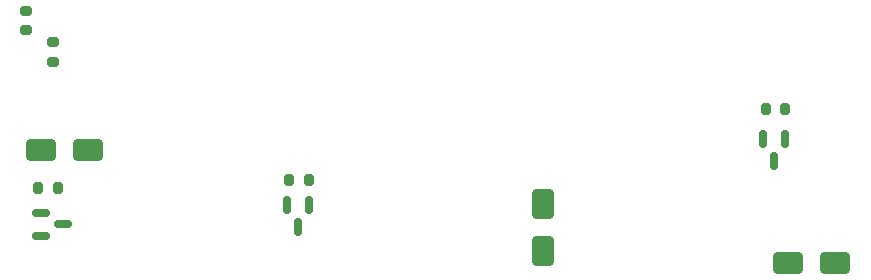
<source format=gbr>
%TF.GenerationSoftware,KiCad,Pcbnew,7.0.9*%
%TF.CreationDate,2023-12-13T17:29:23+01:00*%
%TF.ProjectId,water-tomorrow-pico-triple,77617465-722d-4746-9f6d-6f72726f772d,rev?*%
%TF.SameCoordinates,Original*%
%TF.FileFunction,Paste,Top*%
%TF.FilePolarity,Positive*%
%FSLAX46Y46*%
G04 Gerber Fmt 4.6, Leading zero omitted, Abs format (unit mm)*
G04 Created by KiCad (PCBNEW 7.0.9) date 2023-12-13 17:29:23*
%MOMM*%
%LPD*%
G01*
G04 APERTURE LIST*
G04 Aperture macros list*
%AMRoundRect*
0 Rectangle with rounded corners*
0 $1 Rounding radius*
0 $2 $3 $4 $5 $6 $7 $8 $9 X,Y pos of 4 corners*
0 Add a 4 corners polygon primitive as box body*
4,1,4,$2,$3,$4,$5,$6,$7,$8,$9,$2,$3,0*
0 Add four circle primitives for the rounded corners*
1,1,$1+$1,$2,$3*
1,1,$1+$1,$4,$5*
1,1,$1+$1,$6,$7*
1,1,$1+$1,$8,$9*
0 Add four rect primitives between the rounded corners*
20,1,$1+$1,$2,$3,$4,$5,0*
20,1,$1+$1,$4,$5,$6,$7,0*
20,1,$1+$1,$6,$7,$8,$9,0*
20,1,$1+$1,$8,$9,$2,$3,0*%
G04 Aperture macros list end*
%ADD10RoundRect,0.200000X0.200000X0.275000X-0.200000X0.275000X-0.200000X-0.275000X0.200000X-0.275000X0*%
%ADD11RoundRect,0.250000X1.000000X0.650000X-1.000000X0.650000X-1.000000X-0.650000X1.000000X-0.650000X0*%
%ADD12RoundRect,0.250000X-1.000000X-0.650000X1.000000X-0.650000X1.000000X0.650000X-1.000000X0.650000X0*%
%ADD13RoundRect,0.150000X-0.150000X0.587500X-0.150000X-0.587500X0.150000X-0.587500X0.150000X0.587500X0*%
%ADD14RoundRect,0.200000X-0.275000X0.200000X-0.275000X-0.200000X0.275000X-0.200000X0.275000X0.200000X0*%
%ADD15RoundRect,0.250000X-0.650000X1.000000X-0.650000X-1.000000X0.650000X-1.000000X0.650000X1.000000X0*%
%ADD16RoundRect,0.150000X-0.587500X-0.150000X0.587500X-0.150000X0.587500X0.150000X-0.587500X0.150000X0*%
%ADD17RoundRect,0.200000X0.275000X-0.200000X0.275000X0.200000X-0.275000X0.200000X-0.275000X-0.200000X0*%
G04 APERTURE END LIST*
D10*
%TO.C,R1*%
X10150000Y-32710000D03*
X8500000Y-32710000D03*
%TD*%
D11*
%TO.C,D1*%
X12750000Y-29500000D03*
X8750000Y-29500000D03*
%TD*%
D12*
%TO.C,D3*%
X72000000Y-39000000D03*
X76000000Y-39000000D03*
%TD*%
D13*
%TO.C,Q3*%
X71750000Y-28500000D03*
X69850000Y-28500000D03*
X70800000Y-30375000D03*
%TD*%
D14*
%TO.C,R2*%
X9750000Y-20350000D03*
X9750000Y-22000000D03*
%TD*%
D15*
%TO.C,D2*%
X51250000Y-34000000D03*
X51250000Y-38000000D03*
%TD*%
D10*
%TO.C,R5*%
X71750000Y-26000000D03*
X70100000Y-26000000D03*
%TD*%
D16*
%TO.C,Q2*%
X8750000Y-34810000D03*
X8750000Y-36710000D03*
X10625000Y-35760000D03*
%TD*%
D13*
%TO.C,Q1*%
X31450000Y-34125000D03*
X29550000Y-34125000D03*
X30500000Y-36000000D03*
%TD*%
D10*
%TO.C,R4*%
X31400000Y-32000000D03*
X29750000Y-32000000D03*
%TD*%
D17*
%TO.C,R3*%
X7500000Y-19325000D03*
X7500000Y-17675000D03*
%TD*%
M02*

</source>
